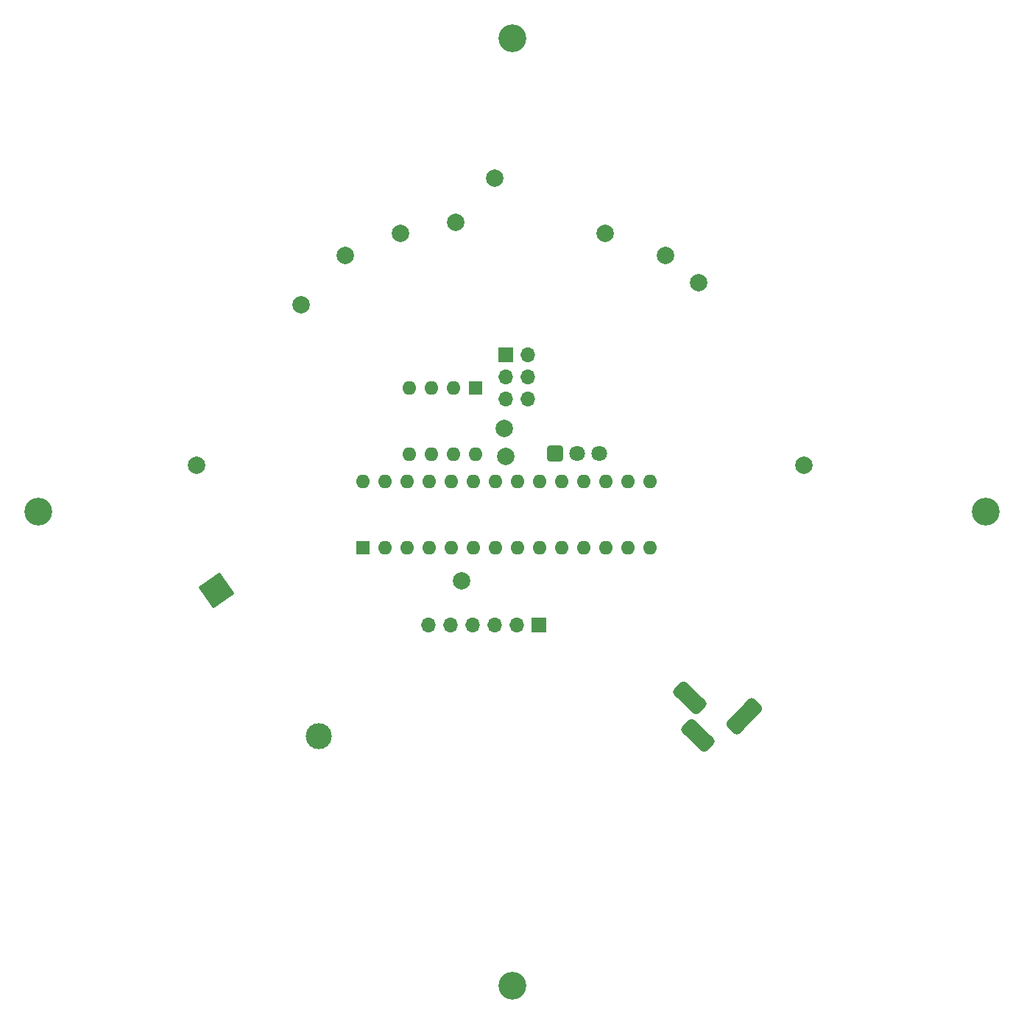
<source format=gbr>
%TF.GenerationSoftware,KiCad,Pcbnew,(6.0.5-0)*%
%TF.CreationDate,2022-07-21T12:39:38-05:00*%
%TF.ProjectId,HPS_Round_Clock,4850535f-526f-4756-9e64-5f436c6f636b,rev?*%
%TF.SameCoordinates,PX56c8cc0PY97a25c0*%
%TF.FileFunction,Soldermask,Bot*%
%TF.FilePolarity,Negative*%
%FSLAX46Y46*%
G04 Gerber Fmt 4.6, Leading zero omitted, Abs format (unit mm)*
G04 Created by KiCad (PCBNEW (6.0.5-0)) date 2022-07-21 12:39:38*
%MOMM*%
%LPD*%
G01*
G04 APERTURE LIST*
G04 Aperture macros list*
%AMRoundRect*
0 Rectangle with rounded corners*
0 $1 Rounding radius*
0 $2 $3 $4 $5 $6 $7 $8 $9 X,Y pos of 4 corners*
0 Add a 4 corners polygon primitive as box body*
4,1,4,$2,$3,$4,$5,$6,$7,$8,$9,$2,$3,0*
0 Add four circle primitives for the rounded corners*
1,1,$1+$1,$2,$3*
1,1,$1+$1,$4,$5*
1,1,$1+$1,$6,$7*
1,1,$1+$1,$8,$9*
0 Add four rect primitives between the rounded corners*
20,1,$1+$1,$2,$3,$4,$5,0*
20,1,$1+$1,$4,$5,$6,$7,0*
20,1,$1+$1,$6,$7,$8,$9,0*
20,1,$1+$1,$8,$9,$2,$3,0*%
%AMRotRect*
0 Rectangle, with rotation*
0 The origin of the aperture is its center*
0 $1 length*
0 $2 width*
0 $3 Rotation angle, in degrees counterclockwise*
0 Add horizontal line*
21,1,$1,$2,0,0,$3*%
G04 Aperture macros list end*
%ADD10C,3.200000*%
%ADD11C,2.000000*%
%ADD12R,1.600000X1.600000*%
%ADD13O,1.600000X1.600000*%
%ADD14RoundRect,0.250200X-0.649800X-0.649800X0.649800X-0.649800X0.649800X0.649800X-0.649800X0.649800X0*%
%ADD15C,1.800000*%
%ADD16R,1.700000X1.700000*%
%ADD17O,1.700000X1.700000*%
%ADD18RotRect,3.000000X3.000000X305.000000*%
%ADD19C,3.000000*%
%ADD20RoundRect,0.500000X-0.855982X-1.606174X1.575322X0.911515X0.855982X1.606174X-1.575322X-0.911515X0*%
%ADD21RoundRect,0.500000X1.426339X-0.682318X-0.731681X1.401657X-1.426339X0.682318X0.731681X-1.401657X0*%
G04 APERTURE END LIST*
D10*
%TO.C,H4*%
X4500000Y59000000D03*
%TD*%
D11*
%TO.C,TP11*%
X69655000Y91055000D03*
%TD*%
%TO.C,TP13*%
X58098000Y68576000D03*
%TD*%
%TO.C,TP4*%
X56955000Y97405000D03*
%TD*%
%TO.C,TP15*%
X39810000Y88515000D03*
%TD*%
%TO.C,TP5*%
X92515000Y64385000D03*
%TD*%
%TO.C,TP2*%
X46160000Y91055000D03*
%TD*%
%TO.C,TP8*%
X76640000Y88515000D03*
%TD*%
D10*
%TO.C,H2*%
X113500000Y59000000D03*
%TD*%
D11*
%TO.C,TP1*%
X34730000Y82800000D03*
%TD*%
%TO.C,TP14*%
X52510000Y92325000D03*
%TD*%
D10*
%TO.C,H3*%
X59000000Y4500000D03*
%TD*%
D11*
%TO.C,TP3*%
X53145000Y51050000D03*
%TD*%
%TO.C,TP12*%
X58225000Y65401000D03*
%TD*%
D12*
%TO.C,U4*%
X41842000Y54860000D03*
D13*
X44382000Y54860000D03*
X46922000Y54860000D03*
X49462000Y54860000D03*
X52002000Y54860000D03*
X54542000Y54860000D03*
X57082000Y54860000D03*
X59622000Y54860000D03*
X62162000Y54860000D03*
X64702000Y54860000D03*
X67242000Y54860000D03*
X69782000Y54860000D03*
X72322000Y54860000D03*
X74862000Y54860000D03*
X74862000Y62480000D03*
X72322000Y62480000D03*
X69782000Y62480000D03*
X67242000Y62480000D03*
X64702000Y62480000D03*
X62162000Y62480000D03*
X59622000Y62480000D03*
X57082000Y62480000D03*
X54542000Y62480000D03*
X52002000Y62480000D03*
X49462000Y62480000D03*
X46922000Y62480000D03*
X44382000Y62480000D03*
X41842000Y62480000D03*
%TD*%
D10*
%TO.C,H1*%
X59000000Y113500000D03*
%TD*%
D14*
%TO.C,U3*%
X63940000Y65750000D03*
D15*
X66480000Y65750000D03*
X69020000Y65750000D03*
%TD*%
D11*
%TO.C,TP6*%
X22665000Y64385000D03*
%TD*%
D12*
%TO.C,U2*%
X54800000Y73275000D03*
D13*
X52260000Y73275000D03*
X49720000Y73275000D03*
X47180000Y73275000D03*
X47180000Y65655000D03*
X49720000Y65655000D03*
X52260000Y65655000D03*
X54800000Y65655000D03*
%TD*%
D11*
%TO.C,TP7*%
X80450000Y85340000D03*
%TD*%
D16*
%TO.C,J3*%
X58225000Y77085000D03*
D17*
X60765000Y77085000D03*
X58225000Y74545000D03*
X60765000Y74545000D03*
X58225000Y72005000D03*
X60765000Y72005000D03*
%TD*%
D18*
%TO.C,BT1*%
X25000000Y50000000D03*
D19*
X36752581Y33215575D03*
%TD*%
D16*
%TO.C,J2*%
X62035000Y45970000D03*
D17*
X59495000Y45970000D03*
X56955000Y45970000D03*
X54415000Y45970000D03*
X51875000Y45970000D03*
X49335000Y45970000D03*
%TD*%
D20*
%TO.C,J1*%
X85671546Y35475937D03*
D21*
X80335375Y33261150D03*
X79410464Y37629735D03*
%TD*%
M02*

</source>
